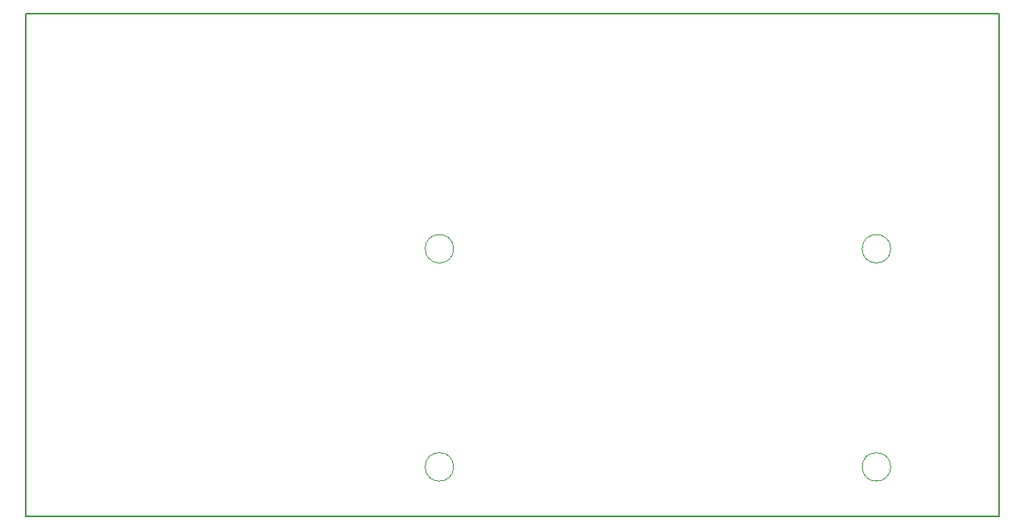
<source format=gbr>
%TF.GenerationSoftware,KiCad,Pcbnew,8.0.7*%
%TF.CreationDate,2025-05-19T16:35:53+02:00*%
%TF.ProjectId,nils-tmc5160,6e696c73-2d74-46d6-9335-3136302e6b69,rev?*%
%TF.SameCoordinates,Original*%
%TF.FileFunction,Profile,NP*%
%FSLAX46Y46*%
G04 Gerber Fmt 4.6, Leading zero omitted, Abs format (unit mm)*
G04 Created by KiCad (PCBNEW 8.0.7) date 2025-05-19 16:35:53*
%MOMM*%
%LPD*%
G01*
G04 APERTURE LIST*
%TA.AperFunction,Profile*%
%ADD10C,0.200000*%
%TD*%
%TA.AperFunction,Profile*%
%ADD11C,0.100000*%
%TD*%
G04 APERTURE END LIST*
D10*
X142615540Y-50814187D02*
X245089540Y-50814187D01*
X245089540Y-103814187D01*
X142615540Y-103814187D01*
X142615540Y-50814187D01*
D11*
%TO.C,U4*%
X187696187Y-75591460D02*
G75*
G02*
X184696187Y-75591460I-1500000J0D01*
G01*
X184696187Y-75591460D02*
G75*
G02*
X187696187Y-75591460I1500000J0D01*
G01*
X187696187Y-98591460D02*
G75*
G02*
X184696187Y-98591460I-1500000J0D01*
G01*
X184696187Y-98591460D02*
G75*
G02*
X187696187Y-98591460I1500000J0D01*
G01*
X233696187Y-75591460D02*
G75*
G02*
X230696187Y-75591460I-1500000J0D01*
G01*
X230696187Y-75591460D02*
G75*
G02*
X233696187Y-75591460I1500000J0D01*
G01*
X233696187Y-98591460D02*
G75*
G02*
X230696187Y-98591460I-1500000J0D01*
G01*
X230696187Y-98591460D02*
G75*
G02*
X233696187Y-98591460I1500000J0D01*
G01*
%TD*%
M02*

</source>
